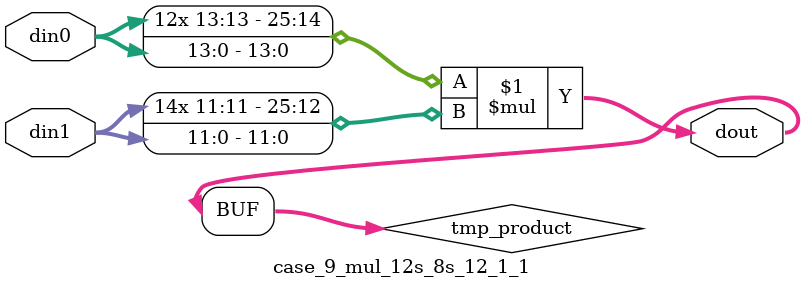
<source format=v>

`timescale 1 ns / 1 ps

 module case_9_mul_12s_8s_12_1_1(din0, din1, dout);
parameter ID = 1;
parameter NUM_STAGE = 0;
parameter din0_WIDTH = 14;
parameter din1_WIDTH = 12;
parameter dout_WIDTH = 26;

input [din0_WIDTH - 1 : 0] din0; 
input [din1_WIDTH - 1 : 0] din1; 
output [dout_WIDTH - 1 : 0] dout;

wire signed [dout_WIDTH - 1 : 0] tmp_product;



























assign tmp_product = $signed(din0) * $signed(din1);








assign dout = tmp_product;





















endmodule

</source>
